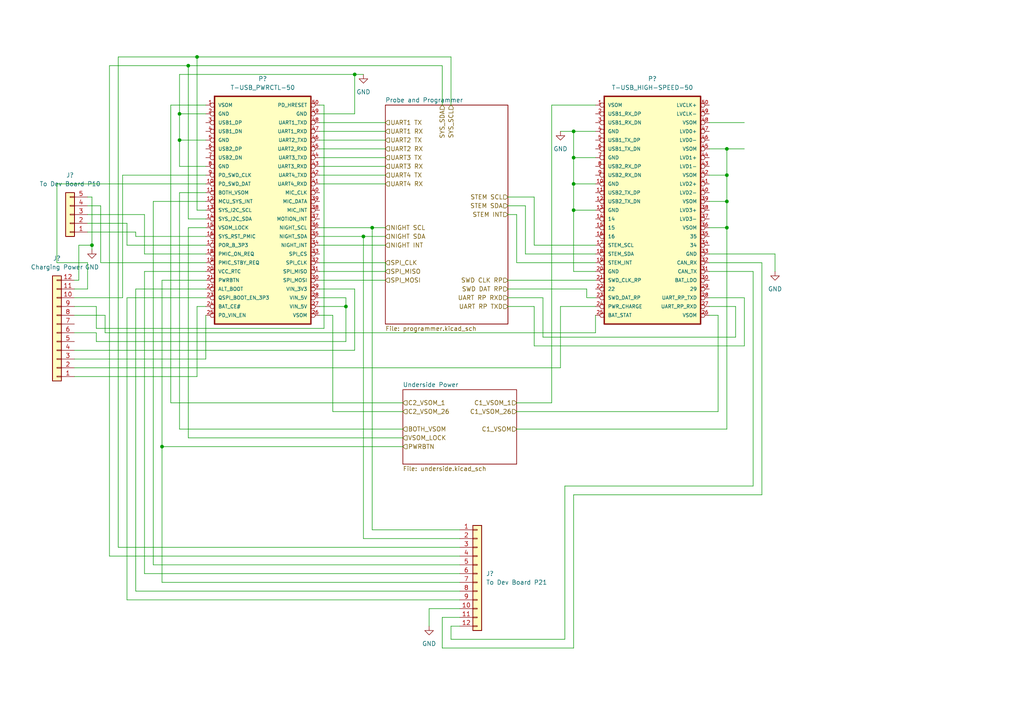
<source format=kicad_sch>
(kicad_sch (version 20211123) (generator eeschema)
  (paper "A4")
  (title_block (title "Raspberry Pi GPIO Programming connectors") (comment 1 "- GPIO Header") (comment 2 "- Picoprobe socket"))
  (lib_symbols
    (symbol "Connector_Generic:Conn_01x05" (pin_names (offset 1.016) hide)
      (property "Reference" "J" (at 0 7.62 0))
      (property "Value" "Conn_01x05" (at 0 -7.62 0))
      (symbol "Conn_01x05_1_1"
        (rectangle (start -1.27 -4.953) (end 0 -5.207) (stroke (width 0.1524)))
        (rectangle (start -1.27 -2.413) (end 0 -2.667) (stroke (width 0.1524)))
        (rectangle (start -1.27 0.127) (end 0 -0.127) (stroke (width 0.1524)))
        (rectangle (start -1.27 2.667) (end 0 2.413) (stroke (width 0.1524)))
        (rectangle (start -1.27 5.207) (end 0 4.953) (stroke (width 0.1524)))
        (rectangle (start -1.27 6.35) (end 1.27 -6.35) (stroke (width 0.254)) (fill (type background)))
        (pin passive line (at -5.08 5.08 0) (length 3.81) (name "Pin_1") (number "1"))
        (pin passive line (at -5.08 2.54 0) (length 3.81) (name "Pin_2") (number "2"))
        (pin passive line (at -5.08 0 0) (length 3.81) (name "Pin_3") (number "3"))
        (pin passive line (at -5.08 -2.54 0) (length 3.81) (name "Pin_4") (number "4"))
        (pin passive line (at -5.08 -5.08 0) (length 3.81) (name "Pin_5") (number "5"))
      )
    )
    (symbol "Connector_Generic:Conn_01x12" (pin_names (offset 1.016) hide)
      (property "Reference" "J" (at 0 15.24 0))
      (property "Value" "Conn_01x12" (at 0 -17.78 0))
      (symbol "Conn_01x12_1_1"
        (rectangle (start -1.27 -15.113) (end 0 -15.367) (stroke (width 0.1524)))
        (rectangle (start -1.27 -12.573) (end 0 -12.827) (stroke (width 0.1524)))
        (rectangle (start -1.27 -10.033) (end 0 -10.287) (stroke (width 0.1524)))
        (rectangle (start -1.27 -7.493) (end 0 -7.747) (stroke (width 0.1524)))
        (rectangle (start -1.27 -4.953) (end 0 -5.207) (stroke (width 0.1524)))
        (rectangle (start -1.27 -2.413) (end 0 -2.667) (stroke (width 0.1524)))
        (rectangle (start -1.27 0.127) (end 0 -0.127) (stroke (width 0.1524)))
        (rectangle (start -1.27 2.667) (end 0 2.413) (stroke (width 0.1524)))
        (rectangle (start -1.27 5.207) (end 0 4.953) (stroke (width 0.1524)))
        (rectangle (start -1.27 7.747) (end 0 7.493) (stroke (width 0.1524)))
        (rectangle (start -1.27 10.287) (end 0 10.033) (stroke (width 0.1524)))
        (rectangle (start -1.27 12.827) (end 0 12.573) (stroke (width 0.1524)))
        (rectangle (start -1.27 13.97) (end 1.27 -16.51) (stroke (width 0.254)) (fill (type background)))
        (pin passive line (at -5.08 12.7 0) (length 3.81) (name "Pin_1") (number "1"))
        (pin passive line (at -5.08 -10.16 0) (length 3.81) (name "Pin_10") (number "10"))
        (pin passive line (at -5.08 -12.7 0) (length 3.81) (name "Pin_11") (number "11"))
        (pin passive line (at -5.08 -15.24 0) (length 3.81) (name "Pin_12") (number "12"))
        (pin passive line (at -5.08 10.16 0) (length 3.81) (name "Pin_2") (number "2"))
        (pin passive line (at -5.08 7.62 0) (length 3.81) (name "Pin_3") (number "3"))
        (pin passive line (at -5.08 5.08 0) (length 3.81) (name "Pin_4") (number "4"))
        (pin passive line (at -5.08 2.54 0) (length 3.81) (name "Pin_5") (number "5"))
        (pin passive line (at -5.08 0 0) (length 3.81) (name "Pin_6") (number "6"))
        (pin passive line (at -5.08 -2.54 0) (length 3.81) (name "Pin_7") (number "7"))
        (pin passive line (at -5.08 -5.08 0) (length 3.81) (name "Pin_8") (number "8"))
        (pin passive line (at -5.08 -7.62 0) (length 3.81) (name "Pin_9") (number "9"))
      )
    )
    (symbol "DF40C-50DS:T-USB_HIGH-SPEED-50" (pin_names (offset 1.016))
      (property "Reference" "P" (at -16.51 33.6804 0))
      (property "Value" "T-USB_HIGH-SPEED-50" (at -11.4554 -36.8808 0))
      (symbol "T-USB_HIGH-SPEED-50_0_0"
        (rectangle (start -13.97 -33.02) (end 13.97 33.02) (stroke (width 0.4064)) (fill (type background)))
        (pin passive inverted (at -16.51 30.48 0) (length 2.54) (name "VSOM") (number "1"))
        (pin passive inverted (at -16.51 7.62 0) (length 2.54) (name "GND") (number "10"))
        (pin passive inverted (at -16.51 5.08 0) (length 2.54) (name "USB2_TX_DP") (number "11"))
        (pin passive inverted (at -16.51 2.54 0) (length 2.54) (name "USB2_TX_DN") (number "12"))
        (pin passive inverted (at -16.51 0 0) (length 2.54) (name "GND") (number "13"))
        (pin passive inverted (at -16.51 -2.54 0) (length 2.54) (name "14") (number "14"))
        (pin passive inverted (at -16.51 -5.08 0) (length 2.54) (name "15") (number "15"))
        (pin passive inverted (at -16.51 -7.62 0) (length 2.54) (name "16") (number "16"))
        (pin passive inverted (at -16.51 -10.16 0) (length 2.54) (name "STEM_SCL") (number "17"))
        (pin passive inverted (at -16.51 -12.7 0) (length 2.54) (name "STEM_SDA") (number "18"))
        (pin passive inverted (at -16.51 -15.24 0) (length 2.54) (name "STEM_INT") (number "19"))
        (pin passive inverted (at -16.51 27.94 0) (length 2.54) (name "USB1_RX_DP") (number "2"))
        (pin passive inverted (at -16.51 -17.78 0) (length 2.54) (name "GND") (number "20"))
        (pin passive inverted (at -16.51 -20.32 0) (length 2.54) (name "SWD_CLK_RP") (number "21"))
        (pin passive inverted (at -16.51 -22.86 0) (length 2.54) (name "22") (number "22"))
        (pin passive inverted (at -16.51 -25.4 0) (length 2.54) (name "SWD_DAT_RP") (number "23"))
        (pin passive inverted (at -16.51 -27.94 0) (length 2.54) (name "PWR_CHARGE") (number "24"))
        (pin passive inverted (at -16.51 -30.48 0) (length 2.54) (name "BAT_STAT") (number "25"))
        (pin passive inverted (at 16.51 -30.48 180) (length 2.54) (name "VSOM") (number "26"))
        (pin passive inverted (at 16.51 -27.94 180) (length 2.54) (name "UART_RP_RXD") (number "27"))
        (pin passive inverted (at 16.51 -25.4 180) (length 2.54) (name "UART_RP_TXD") (number "28"))
        (pin passive inverted (at 16.51 -22.86 180) (length 2.54) (name "29") (number "29"))
        (pin passive inverted (at -16.51 25.4 0) (length 2.54) (name "USB1_RX_DN") (number "3"))
        (pin passive inverted (at 16.51 -20.32 180) (length 2.54) (name "BAT_LDO") (number "30"))
        (pin passive inverted (at 16.51 -17.78 180) (length 2.54) (name "CAN_TX") (number "31"))
        (pin passive inverted (at 16.51 -15.24 180) (length 2.54) (name "CAN_RX") (number "32"))
        (pin passive inverted (at 16.51 -12.7 180) (length 2.54) (name "GND") (number "33"))
        (pin passive inverted (at 16.51 -10.16 180) (length 2.54) (name "34") (number "34"))
        (pin passive inverted (at 16.51 -7.62 180) (length 2.54) (name "35") (number "35"))
        (pin passive inverted (at 16.51 -5.08 180) (length 2.54) (name "VSOM") (number "36"))
        (pin passive inverted (at 16.51 -2.54 180) (length 2.54) (name "LVD3-") (number "37"))
        (pin passive inverted (at 16.51 0 180) (length 2.54) (name "LVD3+") (number "38"))
        (pin passive inverted (at 16.51 2.54 180) (length 2.54) (name "VSOM") (number "39"))
        (pin passive inverted (at -16.51 22.86 0) (length 2.54) (name "GND") (number "4"))
        (pin passive inverted (at 16.51 5.08 180) (length 2.54) (name "LVD2-") (number "40"))
        (pin passive inverted (at 16.51 7.62 180) (length 2.54) (name "LVD2+") (number "41"))
        (pin passive inverted (at 16.51 10.16 180) (length 2.54) (name "VSOM") (number "42"))
        (pin passive inverted (at 16.51 12.7 180) (length 2.54) (name "LVD1-") (number "43"))
        (pin passive inverted (at 16.51 15.24 180) (length 2.54) (name "LVD1+") (number "44"))
        (pin passive inverted (at 16.51 17.78 180) (length 2.54) (name "VSOM") (number "45"))
        (pin passive inverted (at 16.51 20.32 180) (length 2.54) (name "LVD0-") (number "46"))
        (pin passive inverted (at 16.51 22.86 180) (length 2.54) (name "LVD0+") (number "47"))
        (pin passive inverted (at 16.51 25.4 180) (length 2.54) (name "VSOM") (number "48"))
        (pin passive inverted (at 16.51 27.94 180) (length 2.54) (name "LVCLK-") (number "49"))
        (pin passive inverted (at -16.51 20.32 0) (length 2.54) (name "USB1_TX_DP") (number "5"))
        (pin passive inverted (at 16.51 30.48 180) (length 2.54) (name "LVCLK+") (number "50"))
        (pin passive inverted (at -16.51 17.78 0) (length 2.54) (name "USB1_TX_DN") (number "6"))
        (pin passive inverted (at -16.51 15.24 0) (length 2.54) (name "GND") (number "7"))
        (pin passive inverted (at -16.51 12.7 0) (length 2.54) (name "USB2_RX_DP") (number "8"))
        (pin passive inverted (at -16.51 10.16 0) (length 2.54) (name "USB2_RX_DN") (number "9"))
      )
    )
    (symbol "DF40C-50DS:T-USB_PWRCTL-50" (pin_names (offset 1.016))
      (property "Reference" "P" (at -16.51 33.6804 0))
      (property "Value" "T-USB_PWRCTL-50" (at -11.4554 -36.8808 0))
      (symbol "T-USB_PWRCTL-50_0_0"
        (rectangle (start -13.97 -33.02) (end 13.97 33.02) (stroke (width 0.4064)) (fill (type background)))
        (pin passive inverted (at -16.51 30.48 0) (length 2.54) (name "VSOM") (number "1"))
        (pin passive inverted (at -16.51 7.62 0) (length 2.54) (name "PD_SWD_DAT") (number "10"))
        (pin passive inverted (at -16.51 5.08 0) (length 2.54) (name "BOTH_VSOM") (number "11"))
        (pin passive inverted (at -16.51 2.54 0) (length 2.54) (name "MCU_SYS_INT") (number "12"))
        (pin passive inverted (at -16.51 0 0) (length 2.54) (name "SYS_I2C_SCL") (number "13"))
        (pin passive inverted (at -16.51 -2.54 0) (length 2.54) (name "SYS_I2C_SDA") (number "14"))
        (pin passive inverted (at -16.51 -5.08 0) (length 2.54) (name "VSOM_LOCK") (number "15"))
        (pin passive inverted (at -16.51 -7.62 0) (length 2.54) (name "SYS_RST_PMIC") (number "16"))
        (pin passive inverted (at -16.51 -10.16 0) (length 2.54) (name "POR_B_3P3") (number "17"))
        (pin passive inverted (at -16.51 -12.7 0) (length 2.54) (name "PMIC_ON_REQ") (number "18"))
        (pin passive inverted (at -16.51 -15.24 0) (length 2.54) (name "PMIC_STBY_REQ") (number "19"))
        (pin passive inverted (at -16.51 27.94 0) (length 2.54) (name "GND") (number "2"))
        (pin passive inverted (at -16.51 -17.78 0) (length 2.54) (name "VCC_RTC") (number "20"))
        (pin passive inverted (at -16.51 -20.32 0) (length 2.54) (name "PWRBTN") (number "21"))
        (pin passive inverted (at -16.51 -22.86 0) (length 2.54) (name "ALT_BOOT") (number "22"))
        (pin passive inverted (at -16.51 -25.4 0) (length 2.54) (name "QSPI_BOOT_EN_3P3") (number "23"))
        (pin passive inverted (at -16.51 -27.94 0) (length 2.54) (name "BAT_CE#") (number "24"))
        (pin passive inverted (at -16.51 -30.48 0) (length 2.54) (name "PD_VIN_EN") (number "25"))
        (pin passive inverted (at 16.51 -30.48 180) (length 2.54) (name "VSOM") (number "26"))
        (pin passive inverted (at 16.51 -27.94 180) (length 2.54) (name "VIN_5V") (number "27"))
        (pin passive inverted (at 16.51 -25.4 180) (length 2.54) (name "VIN_5V") (number "28"))
        (pin passive inverted (at 16.51 -22.86 180) (length 2.54) (name "VIN_3V3") (number "29"))
        (pin passive inverted (at -16.51 25.4 0) (length 2.54) (name "USB1_DP") (number "3"))
        (pin passive inverted (at 16.51 -20.32 180) (length 2.54) (name "SPI_MOSI") (number "30"))
        (pin passive inverted (at 16.51 -17.78 180) (length 2.54) (name "SPI_MISO") (number "31"))
        (pin passive inverted (at 16.51 -15.24 180) (length 2.54) (name "SPI_CLK") (number "32"))
        (pin passive inverted (at 16.51 -12.7 180) (length 2.54) (name "SPI_CS") (number "33"))
        (pin passive inverted (at 16.51 -10.16 180) (length 2.54) (name "NIGHT_INT") (number "34"))
        (pin passive inverted (at 16.51 -7.62 180) (length 2.54) (name "NIGHT_SDA") (number "35"))
        (pin passive inverted (at 16.51 -5.08 180) (length 2.54) (name "NIGHT_SCL") (number "36"))
        (pin passive inverted (at 16.51 -2.54 180) (length 2.54) (name "MOTION_INT") (number "37"))
        (pin passive inverted (at 16.51 0 180) (length 2.54) (name "MIC_INT") (number "38"))
        (pin passive inverted (at 16.51 2.54 180) (length 2.54) (name "MIC_DATA") (number "39"))
        (pin passive inverted (at -16.51 22.86 0) (length 2.54) (name "USB1_DN") (number "4"))
        (pin passive inverted (at 16.51 5.08 180) (length 2.54) (name "MIC_CLK") (number "40"))
        (pin passive inverted (at 16.51 7.62 180) (length 2.54) (name "UART4_RXD") (number "41"))
        (pin passive inverted (at 16.51 10.16 180) (length 2.54) (name "UART4_TXD") (number "42"))
        (pin passive inverted (at 16.51 12.7 180) (length 2.54) (name "UART3_RXD") (number "43"))
        (pin passive inverted (at 16.51 15.24 180) (length 2.54) (name "UART3_TXD") (number "44"))
        (pin passive inverted (at 16.51 17.78 180) (length 2.54) (name "UART2_RXD") (number "45"))
        (pin passive inverted (at 16.51 20.32 180) (length 2.54) (name "UART2_TXD") (number "46"))
        (pin passive inverted (at 16.51 22.86 180) (length 2.54) (name "UART1_RXD") (number "47"))
        (pin passive inverted (at 16.51 25.4 180) (length 2.54) (name "UART1_TXD") (number "48"))
        (pin passive inverted (at 16.51 27.94 180) (length 2.54) (name "GND") (number "49"))
        (pin passive inverted (at -16.51 20.32 0) (length 2.54) (name "GND") (number "5"))
        (pin passive inverted (at 16.51 30.48 180) (length 2.54) (name "PD_HRESET") (number "50"))
        (pin passive inverted (at -16.51 17.78 0) (length 2.54) (name "USB2_DP") (number "6"))
        (pin passive inverted (at -16.51 15.24 0) (length 2.54) (name "USB2_DN") (number "7"))
        (pin passive inverted (at -16.51 12.7 0) (length 2.54) (name "GND") (number "8"))
        (pin passive inverted (at -16.51 10.16 0) (length 2.54) (name "PD_SWD_CLK") (number "9"))
      )
    )
    (symbol "power:GND" (power) (pin_names (offset 0))
      (property "Value" "GND" (at 0 -3.81 0))
      (symbol "GND_0_1"
        (polyline (pts (xy 0 0) (xy 0 -1.27) (xy 1.27 -1.27) (xy 0 -2.54) (xy -1.27 -1.27) (xy 0 -1.27)))
      )
      (symbol "GND_1_1"
        (pin power_in line (at 0 0 270) (length 0) hide (name "GND") (number "1"))
      )
    )
  )
  (junction (at 166.37 45.72))
  (junction (at 26.67 71.12))
  (junction (at 46.99 129.54))
  (junction (at 107.95 66.04))
  (junction (at 210.82 50.8))
  (junction (at 166.37 38.1))
  (junction (at 166.37 60.96))
  (junction (at 100.33 88.9))
  (junction (at 210.82 43.18))
  (junction (at 166.37 53.34))
  (junction (at 52.07 33.02))
  (junction (at 210.82 58.42))
  (junction (at 210.82 66.04))
  (junction (at 57.15 16.51))
  (junction (at 105.41 68.58))
  (junction (at 54.61 19.05))
  (junction (at 52.07 40.64))
  (junction (at 102.87 21.59))
  (wire (pts (xy 46.99 81.28) (xy 59.69 81.28)))
  (wire (pts (xy 205.74 58.42) (xy 210.82 58.42)))
  (wire (pts (xy 149.86 62.23) (xy 147.32 62.23)))
  (wire (pts (xy 205.74 50.8) (xy 210.82 50.8)))
  (wire (pts (xy 59.69 63.5) (xy 54.61 63.5)))
  (wire (pts (xy 21.59 101.6) (xy 102.87 101.6)))
  (wire (pts (xy 133.35 173.99) (xy 36.83 173.99)))
  (wire (pts (xy 205.74 35.56) (xy 215.9 35.56)))
  (wire (pts (xy 100.33 99.06) (xy 27.94 99.06)))
  (wire (pts (xy 172.72 88.9) (xy 162.56 88.9)))
  (wire (pts (xy 107.95 66.04) (xy 111.76 66.04)))
  (wire (pts (xy 57.15 88.9) (xy 59.69 88.9)))
  (wire (pts (xy 130.81 185.42) (xy 163.83 185.42)))
  (wire (pts (xy 157.48 86.36) (xy 157.48 97.79)))
  (wire (pts (xy 34.29 158.75) (xy 34.29 16.51)))
  (wire (pts (xy 46.99 81.28) (xy 46.99 129.54)))
  (wire (pts (xy 130.81 16.51) (xy 57.15 16.51)))
  (wire (pts (xy 220.98 76.2) (xy 205.74 76.2)))
  (wire (pts (xy 205.74 73.66) (xy 224.79 73.66)))
  (wire (pts (xy 162.56 106.68) (xy 21.59 106.68)))
  (wire (pts (xy 21.59 81.28) (xy 22.86 81.28)))
  (wire (pts (xy 102.87 101.6) (xy 102.87 83.82)))
  (wire (pts (xy 54.61 66.04) (xy 54.61 127)))
  (wire (pts (xy 30.48 91.44) (xy 21.59 91.44)))
  (wire (pts (xy 27.94 95.25) (xy 27.94 88.9)))
  (wire (pts (xy 163.83 185.42) (xy 163.83 140.97)))
  (wire (pts (xy 218.44 78.74) (xy 205.74 78.74)))
  (wire (pts (xy 154.94 88.9) (xy 154.94 100.33)))
  (wire (pts (xy 57.15 16.51) (xy 57.15 60.96)))
  (wire (pts (xy 35.56 50.8) (xy 35.56 86.36)))
  (wire (pts (xy 154.94 57.15) (xy 147.32 57.15)))
  (wire (pts (xy 27.94 88.9) (xy 21.59 88.9)))
  (wire (pts (xy 149.86 76.2) (xy 149.86 62.23)))
  (wire (pts (xy 166.37 78.74) (xy 166.37 60.96)))
  (wire (pts (xy 54.61 19.05) (xy 54.61 63.5)))
  (wire (pts (xy 52.07 55.88) (xy 59.69 55.88)))
  (wire (pts (xy 92.71 33.02) (xy 102.87 33.02)))
  (wire (pts (xy 25.4 67.31) (xy 39.37 67.31)))
  (wire (pts (xy 172.72 96.52) (xy 30.48 96.52)))
  (wire (pts (xy 166.37 53.34) (xy 166.37 45.72)))
  (wire (pts (xy 116.84 124.46) (xy 52.07 124.46)))
  (wire (pts (xy 218.44 140.97) (xy 218.44 78.74)))
  (wire (pts (xy 166.37 53.34) (xy 172.72 53.34)))
  (wire (pts (xy 26.67 57.15) (xy 26.67 71.12)))
  (wire (pts (xy 166.37 60.96) (xy 166.37 53.34)))
  (wire (pts (xy 26.67 71.12) (xy 26.67 72.39)))
  (wire (pts (xy 154.94 100.33) (xy 215.9 100.33)))
  (wire (pts (xy 154.94 71.12) (xy 154.94 57.15)))
  (wire (pts (xy 213.36 97.79) (xy 213.36 88.9)))
  (wire (pts (xy 130.81 30.48) (xy 130.81 16.51)))
  (wire (pts (xy 105.41 68.58) (xy 111.76 68.58)))
  (wire (pts (xy 124.46 176.53) (xy 133.35 176.53)))
  (wire (pts (xy 25.4 64.77) (xy 36.83 64.77)))
  (wire (pts (xy 59.69 91.44) (xy 59.69 104.14)))
  (wire (pts (xy 41.91 166.37) (xy 41.91 78.74)))
  (wire (pts (xy 27.94 96.52) (xy 21.59 96.52)))
  (wire (pts (xy 166.37 60.96) (xy 172.72 60.96)))
  (wire (pts (xy 170.18 86.36) (xy 170.18 83.82)))
  (wire (pts (xy 160.02 30.48) (xy 160.02 116.84)))
  (wire (pts (xy 39.37 67.31) (xy 39.37 68.58)))
  (wire (pts (xy 208.28 91.44) (xy 205.74 91.44)))
  (wire (pts (xy 210.82 50.8) (xy 210.82 58.42)))
  (wire (pts (xy 36.83 173.99) (xy 36.83 86.36)))
  (wire (pts (xy 116.84 119.38) (xy 96.52 119.38)))
  (wire (pts (xy 152.4 73.66) (xy 172.72 73.66)))
  (wire (pts (xy 149.86 119.38) (xy 208.28 119.38)))
  (wire (pts (xy 49.53 116.84) (xy 116.84 116.84)))
  (wire (pts (xy 172.72 91.44) (xy 172.72 96.52)))
  (wire (pts (xy 166.37 45.72) (xy 172.72 45.72)))
  (wire (pts (xy 93.98 95.25) (xy 27.94 95.25)))
  (wire (pts (xy 133.35 156.21) (xy 105.41 156.21)))
  (wire (pts (xy 29.21 76.2) (xy 29.21 59.69)))
  (wire (pts (xy 96.52 119.38) (xy 96.52 91.44)))
  (wire (pts (xy 157.48 97.79) (xy 213.36 97.79)))
  (wire (pts (xy 52.07 48.26) (xy 59.69 48.26)))
  (wire (pts (xy 133.35 166.37) (xy 41.91 166.37)))
  (wire (pts (xy 92.71 71.12) (xy 111.76 71.12)))
  (wire (pts (xy 170.18 83.82) (xy 147.32 83.82)))
  (wire (pts (xy 31.75 161.29) (xy 31.75 19.05)))
  (wire (pts (xy 147.32 88.9) (xy 154.94 88.9)))
  (wire (pts (xy 133.35 161.29) (xy 31.75 161.29)))
  (wire (pts (xy 128.27 19.05) (xy 54.61 19.05)))
  (wire (pts (xy 154.94 71.12) (xy 172.72 71.12)))
  (wire (pts (xy 25.4 76.2) (xy 25.4 83.82)))
  (wire (pts (xy 44.45 163.83) (xy 44.45 58.42)))
  (wire (pts (xy 172.72 86.36) (xy 170.18 86.36)))
  (wire (pts (xy 52.07 40.64) (xy 59.69 40.64)))
  (wire (pts (xy 39.37 68.58) (xy 59.69 68.58)))
  (wire (pts (xy 215.9 100.33) (xy 215.9 86.36)))
  (wire (pts (xy 133.35 171.45) (xy 39.37 171.45)))
  (wire (pts (xy 59.69 53.34) (xy 16.51 53.34)))
  (wire (pts (xy 224.79 78.74) (xy 224.79 73.66)))
  (wire (pts (xy 166.37 38.1) (xy 172.72 38.1)))
  (wire (pts (xy 208.28 119.38) (xy 208.28 91.44)))
  (wire (pts (xy 92.71 48.26) (xy 111.76 48.26)))
  (wire (pts (xy 92.71 81.28) (xy 111.76 81.28)))
  (wire (pts (xy 21.59 104.14) (xy 59.69 104.14)))
  (wire (pts (xy 166.37 78.74) (xy 172.72 78.74)))
  (wire (pts (xy 124.46 181.61) (xy 124.46 176.53)))
  (wire (pts (xy 30.48 96.52) (xy 30.48 91.44)))
  (wire (pts (xy 25.4 62.23) (xy 41.91 62.23)))
  (wire (pts (xy 133.35 153.67) (xy 107.95 153.67)))
  (wire (pts (xy 92.71 50.8) (xy 111.76 50.8)))
  (wire (pts (xy 111.76 78.74) (xy 92.71 78.74)))
  (wire (pts (xy 25.4 57.15) (xy 26.67 57.15)))
  (wire (pts (xy 92.71 45.72) (xy 111.76 45.72)))
  (wire (pts (xy 102.87 83.82) (xy 92.71 83.82)))
  (wire (pts (xy 92.71 86.36) (xy 100.33 86.36)))
  (wire (pts (xy 35.56 86.36) (xy 21.59 86.36)))
  (wire (pts (xy 166.37 45.72) (xy 166.37 38.1)))
  (wire (pts (xy 130.81 181.61) (xy 130.81 185.42)))
  (wire (pts (xy 133.35 179.07) (xy 128.27 179.07)))
  (wire (pts (xy 163.83 140.97) (xy 218.44 140.97)))
  (wire (pts (xy 105.41 21.59) (xy 102.87 21.59)))
  (wire (pts (xy 128.27 187.96) (xy 166.37 187.96)))
  (wire (pts (xy 52.07 21.59) (xy 52.07 33.02)))
  (wire (pts (xy 31.75 19.05) (xy 54.61 19.05)))
  (wire (pts (xy 22.86 81.28) (xy 22.86 71.12)))
  (wire (pts (xy 92.71 68.58) (xy 105.41 68.58)))
  (wire (pts (xy 41.91 78.74) (xy 59.69 78.74)))
  (wire (pts (xy 205.74 86.36) (xy 215.9 86.36)))
  (wire (pts (xy 36.83 71.12) (xy 59.69 71.12)))
  (wire (pts (xy 133.35 163.83) (xy 44.45 163.83)))
  (wire (pts (xy 41.91 73.66) (xy 59.69 73.66)))
  (wire (pts (xy 128.27 30.48) (xy 128.27 19.05)))
  (wire (pts (xy 46.99 129.54) (xy 46.99 168.91)))
  (wire (pts (xy 16.51 76.2) (xy 25.4 76.2)))
  (wire (pts (xy 29.21 59.69) (xy 25.4 59.69)))
  (wire (pts (xy 54.61 127) (xy 116.84 127)))
  (wire (pts (xy 152.4 59.69) (xy 147.32 59.69)))
  (wire (pts (xy 36.83 64.77) (xy 36.83 71.12)))
  (wire (pts (xy 116.84 129.54) (xy 46.99 129.54)))
  (wire (pts (xy 102.87 21.59) (xy 52.07 21.59)))
  (wire (pts (xy 92.71 35.56) (xy 111.76 35.56)))
  (wire (pts (xy 149.86 124.46) (xy 210.82 124.46)))
  (wire (pts (xy 205.74 43.18) (xy 210.82 43.18)))
  (wire (pts (xy 22.86 71.12) (xy 26.67 71.12)))
  (wire (pts (xy 52.07 40.64) (xy 52.07 48.26)))
  (wire (pts (xy 205.74 66.04) (xy 210.82 66.04)))
  (wire (pts (xy 92.71 40.64) (xy 111.76 40.64)))
  (wire (pts (xy 92.71 38.1) (xy 111.76 38.1)))
  (wire (pts (xy 96.52 91.44) (xy 92.71 91.44)))
  (wire (pts (xy 102.87 21.59) (xy 102.87 33.02)))
  (wire (pts (xy 92.71 66.04) (xy 107.95 66.04)))
  (wire (pts (xy 162.56 88.9) (xy 162.56 106.68)))
  (wire (pts (xy 59.69 50.8) (xy 35.56 50.8)))
  (wire (pts (xy 59.69 76.2) (xy 29.21 76.2)))
  (wire (pts (xy 205.74 88.9) (xy 213.36 88.9)))
  (wire (pts (xy 36.83 86.36) (xy 59.69 86.36)))
  (wire (pts (xy 210.82 43.18) (xy 210.82 50.8)))
  (wire (pts (xy 92.71 76.2) (xy 111.76 76.2)))
  (wire (pts (xy 210.82 58.42) (xy 210.82 66.04)))
  (wire (pts (xy 92.71 53.34) (xy 111.76 53.34)))
  (wire (pts (xy 133.35 168.91) (xy 46.99 168.91)))
  (wire (pts (xy 220.98 143.51) (xy 220.98 76.2)))
  (wire (pts (xy 39.37 83.82) (xy 59.69 83.82)))
  (wire (pts (xy 59.69 30.48) (xy 49.53 30.48)))
  (wire (pts (xy 52.07 33.02) (xy 52.07 40.64)))
  (wire (pts (xy 34.29 16.51) (xy 57.15 16.51)))
  (wire (pts (xy 39.37 171.45) (xy 39.37 83.82)))
  (wire (pts (xy 133.35 158.75) (xy 34.29 158.75)))
  (wire (pts (xy 147.32 81.28) (xy 172.72 81.28)))
  (wire (pts (xy 133.35 181.61) (xy 130.81 181.61)))
  (wire (pts (xy 152.4 73.66) (xy 152.4 59.69)))
  (wire (pts (xy 57.15 88.9) (xy 57.15 109.22)))
  (wire (pts (xy 160.02 30.48) (xy 172.72 30.48)))
  (wire (pts (xy 100.33 88.9) (xy 100.33 99.06)))
  (wire (pts (xy 160.02 116.84) (xy 149.86 116.84)))
  (wire (pts (xy 210.82 66.04) (xy 210.82 124.46)))
  (wire (pts (xy 21.59 109.22) (xy 57.15 109.22)))
  (wire (pts (xy 105.41 156.21) (xy 105.41 68.58)))
  (wire (pts (xy 21.59 83.82) (xy 25.4 83.82)))
  (wire (pts (xy 49.53 30.48) (xy 49.53 116.84)))
  (wire (pts (xy 162.56 38.1) (xy 166.37 38.1)))
  (wire (pts (xy 210.82 43.18) (xy 215.9 43.18)))
  (wire (pts (xy 41.91 62.23) (xy 41.91 73.66)))
  (wire (pts (xy 93.98 30.48) (xy 93.98 95.25)))
  (wire (pts (xy 128.27 179.07) (xy 128.27 187.96)))
  (wire (pts (xy 107.95 153.67) (xy 107.95 66.04)))
  (wire (pts (xy 111.76 76.2) (xy 111.76 78.74)))
  (wire (pts (xy 52.07 33.02) (xy 59.69 33.02)))
  (wire (pts (xy 27.94 99.06) (xy 27.94 96.52)))
  (wire (pts (xy 59.69 60.96) (xy 57.15 60.96)))
  (wire (pts (xy 59.69 66.04) (xy 54.61 66.04)))
  (wire (pts (xy 16.51 53.34) (xy 16.51 76.2)))
  (wire (pts (xy 52.07 124.46) (xy 52.07 55.88)))
  (wire (pts (xy 92.71 43.18) (xy 111.76 43.18)))
  (wire (pts (xy 166.37 143.51) (xy 220.98 143.51)))
  (wire (pts (xy 147.32 86.36) (xy 157.48 86.36)))
  (wire (pts (xy 92.71 30.48) (xy 93.98 30.48)))
  (wire (pts (xy 149.86 76.2) (xy 172.72 76.2)))
  (wire (pts (xy 100.33 86.36) (xy 100.33 88.9)))
  (wire (pts (xy 166.37 187.96) (xy 166.37 143.51)))
  (wire (pts (xy 44.45 58.42) (xy 59.69 58.42)))
  (wire (pts (xy 92.71 88.9) (xy 100.33 88.9)))
  (hierarchical_label "SPI_MOSI" (shape input) (at 111.76 81.28 0))
  (hierarchical_label "PWRBTN" (shape input) (at 116.84 129.54 0))
  (hierarchical_label "UART3 TX" (shape input) (at 111.76 45.72 0))
  (hierarchical_label "BOTH_VSOM" (shape input) (at 116.84 124.46 0))
  (hierarchical_label "C2_VSOM_1" (shape input) (at 116.84 116.84 0))
  (hierarchical_label "UART4 RX" (shape input) (at 111.76 53.34 0))
  (hierarchical_label "UART1 RX" (shape input) (at 111.76 38.1 0))
  (hierarchical_label "STEM SCL" (shape input) (at 147.32 57.15 180))
  (hierarchical_label "SYS_SDA" (shape input) (at 128.27 30.48 270))
  (hierarchical_label "NIGHT INT" (shape input) (at 111.76 71.12 0))
  (hierarchical_label "UART1 TX" (shape input) (at 111.76 35.56 0))
  (hierarchical_label "VSOM_LOCK" (shape input) (at 116.84 127 0))
  (hierarchical_label "UART4 TX" (shape input) (at 111.76 50.8 0))
  (hierarchical_label "UART2 TX" (shape input) (at 111.76 40.64 0))
  (hierarchical_label "SWD CLK RP" (shape input) (at 147.32 81.28 180))
  (hierarchical_label "STEM SDA" (shape input) (at 147.32 59.69 180))
  (hierarchical_label "C2_VSOM_26" (shape input) (at 116.84 119.38 0))
  (hierarchical_label "SPI_MISO" (shape input) (at 111.76 78.74 0))
  (hierarchical_label "C1_VSOM" (shape input) (at 149.86 124.46 180))
  (hierarchical_label "UART3 RX" (shape input) (at 111.76 48.26 0))
  (hierarchical_label "SYS_SCL" (shape input) (at 130.81 30.48 270))
  (hierarchical_label "C1_VSOM_26" (shape input) (at 149.86 119.38 180))
  (hierarchical_label "UART RP TXD" (shape input) (at 147.32 88.9 180))
  (hierarchical_label "NIGHT SCL" (shape input) (at 111.76 66.04 0))
  (hierarchical_label "STEM INT" (shape input) (at 147.32 62.23 180))
  (hierarchical_label "UART2 RX" (shape input) (at 111.76 43.18 0))
  (hierarchical_label "UART RP RXD" (shape input) (at 147.32 86.36 180))
  (hierarchical_label "SPI_CLK" (shape input) (at 111.76 76.2 0))
  (hierarchical_label "C1_VSOM_1" (shape input) (at 149.86 116.84 180))
  (hierarchical_label "SWD DAT RP" (shape input) (at 147.32 83.82 180))
  (hierarchical_label "NIGHT SDA" (shape input) (at 111.76 68.58 0))
  (symbol (lib_id "power:GND") (at 224.79 78.74 0) (unit 1)
    (property "Reference" "#PWR?" (effects hide))
    (property "Value" "GND" (at 224.79 83.82 0))
  )
  (symbol (lib_id "Connector_Generic:Conn_01x05") (at 20.32 62.23 180) (unit 1)
    (property "Reference" "J?" (at 20.32 50.8 0))
    (property "Value" "To Dev Board P10" (at 20.32 53.34 0))
  )
  (symbol (lib_id "Connector_Generic:Conn_01x12") (at 138.43 166.37 0) (unit 1)
    (property "Reference" "J?" (at 140.97 166.3699 0) (effects (justify left)))
    (property "Value" "To Dev Board P21" (at 140.97 168.9099 0) (effects (justify left)))
  )
  (symbol (lib_id "power:GND") (at 124.46 181.61 0) (unit 1)
    (property "Reference" "#PWR?" (effects hide))
    (property "Value" "GND" (at 124.46 186.69 0))
  )
  (symbol (lib_id "DF40C-50DS:T-USB_HIGH-SPEED-50") (at 189.23 60.96 0) (unit 1)
    (property "Reference" "P?" (at 189.23 22.86 0))
    (property "Value" "T-USB_HIGH-SPEED-50" (at 189.23 25.4 0))
    (property "Footprint" "HRS_DF40C-50DS-0.4V(51)" (effects hide))
    (property "MANUFACTURER" "Hirose Electric Co Ltd" (effects hide))
  )
  (symbol (lib_id "DF40C-50DS:T-USB_PWRCTL-50") (at 76.2 60.96 0) (unit 1)
    (property "Reference" "P?" (at 76.2 22.86 0))
    (property "Value" "T-USB_PWRCTL-50" (at 76.2 25.4 0))
    (property "Footprint" "HRS_DF40C-50DS-0.4V(51)" (effects hide))
    (property "MANUFACTURER" "Hirose Electric Co Ltd" (effects hide))
  )
  (symbol (lib_id "Connector_Generic:Conn_01x12") (at 16.51 96.52 180) (unit 1)
    (property "Reference" "J?" (at 16.51 74.93 0))
    (property "Value" "Charging Power" (at 16.51 77.47 0))
  )
  (symbol (lib_id "power:GND") (at 105.41 21.59 0) (unit 1)
    (property "Reference" "#PWR?" (effects hide))
    (property "Value" "GND" (at 105.41 26.67 0))
  )
  (symbol (lib_id "power:GND") (at 26.67 72.39 0) (unit 1)
    (property "Reference" "#PWR?" (effects hide))
    (property "Value" "GND" (at 26.67 77.47 0))
  )
  (symbol (lib_id "power:GND") (at 162.56 38.1 0) (unit 1)
    (property "Reference" "#PWR?" (effects hide))
    (property "Value" "GND" (at 162.56 43.18 0))
  )
  (sheet (at 116.84 113.03) (size 33.02 21.59) (stroke (width 0.1524))
    (property "Sheet name" "Underside Power" (at 116.84 112.3184 0) (effects (justify left bottom)))
    (property "Sheet file" "underside.kicad_sch" (at 116.84 135.2046 0) (effects (justify left top)))
  )
  (sheet (at 111.76 30.48) (size 35.56 63.5) (stroke (width 0.1524))
    (property "Sheet name" "Probe and Programmer" (at 111.76 29.7684 0) (effects (justify left bottom)))
    (property "Sheet file" "programmer.kicad_sch" (at 111.76 94.5646 0) (effects (justify left top)))
  )
)
</source>
